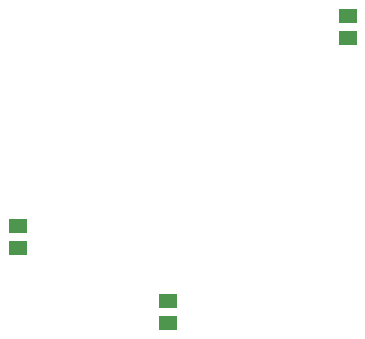
<source format=gbr>
G04 EAGLE Gerber RS-274X export*
G75*
%MOMM*%
%FSLAX34Y34*%
%LPD*%
%INSolderpaste Top*%
%IPPOS*%
%AMOC8*
5,1,8,0,0,1.08239X$1,22.5*%
G01*
%ADD10R,1.500000X1.300000*%


D10*
X203200Y352400D03*
X203200Y333400D03*
X-76200Y174600D03*
X-76200Y155600D03*
X50800Y92100D03*
X50800Y111100D03*
M02*

</source>
